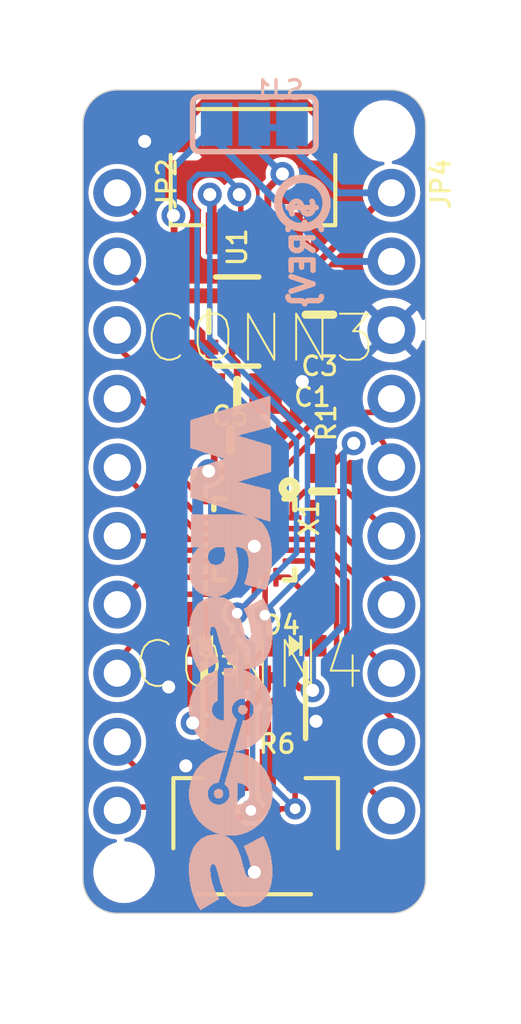
<source format=kicad_pcb>
(kicad_pcb (version 20221018) (generator pcbnew)
  (layers (0 "F.Cu" signal) (31 "B.Cu" signal) (34 "B.Paste" user) (35 "F.Paste" user) (36 "B.SilkS" user "B.Silkscreen") (37 "F.SilkS" user "F.Silkscreen") (38 "B.Mask" user) (39 "F.Mask" user) (44 "Edge.Cuts" user))
  (net 0 "")
  (net 1 "GND")
  (net 2 "3.3V")
  (net 3 "SDA")
  (net 4 "SCL")
  (net 5 "15")
  (net 6 "12")
  (net 7 "13")
  (net 8 "VCC")
  (net 9 "N$1")
  (net 10 "16")
  (net 11 "5")
  (net 12 "UPDI")
  (net 13 "N$4")
  (net 14 "14")
  (net 15 "RXD")
  (net 16 "TXD")
  (net 17 "0")
  (net 18 "1")
  (net 19 "2")
  (net 20 "3")
  (net 21 "VIN")
  (net 22 "N$2")
  (net 23 "10")
  (net 24 "11")
  (net 25 "4")
  (footprint "working:1X10_ROUND70" (layer "F.Cu") (at 143.4211 105.0036 -90)
    (fp_text reference "JP2" (at -12.7762 -1.8288 90) (layer "F.SilkS") (effects (font (size 0.692831 0.692831) (thickness 0.119969)) (justify right)))
    (fp_text value "")
    (pad "1" thru_hole circle (at -11.43 0) (size 1.778 1.778) (drill 1) (layers "*.Cu" "*.Mask") (net 17 "0"))
    (pad "2" thru_hole circle (at -8.89 0) (size 1.778 1.778) (drill 1) (layers "*.Cu" "*.Mask") (net 18 "1"))
    (pad "3" thru_hole circle (at -6.35 0) (size 1.778 1.778) (drill 1) (layers "*.Cu" "*.Mask") (net 19 "2"))
    (pad "4" thru_hole circle (at -3.81 0) (size 1.778 1.778) (drill 1) (layers "*.Cu" "*.Mask") (net 20 "3"))
    (pad "5" thru_hole circle (at -1.27 0) (size 1.778 1.778) (drill 1) (layers "*.Cu" "*.Mask") (net 25 "4"))
    (pad "6" thru_hole circle (at 1.27 0) (size 1.778 1.778) (drill 1) (layers "*.Cu" "*.Mask") (net 11 "5"))
    (pad "7" thru_hole circle (at 3.81 0) (size 1.778 1.778) (drill 1) (layers "*.Cu" "*.Mask") (net 15 "RXD"))
    (pad "8" thru_hole circle (at 6.35 0) (size 1.778 1.778) (drill 1) (layers "*.Cu" "*.Mask") (net 16 "TXD"))
    (pad "9" thru_hole circle (at 8.89 0) (size 1.778 1.778) (drill 1) (layers "*.Cu" "*.Mask") (net 3 "SDA"))
    (pad "10" thru_hole circle (at 11.43 0) (size 1.778 1.778) (drill 1) (layers "*.Cu" "*.Mask") (net 4 "SCL"))
  )
  (footprint "working:PLABEL14" (layer "F.Cu") (at 151.8031 95.7326)
    (fp_text reference "PLABEL14" hide)
    (fp_text value "" hide)
  )
  (footprint "working:PLABEL20" (layer "F.Cu") (at 145.0721 99.0346)
    (fp_text reference "PLABEL20" hide)
    (fp_text value "" hide)
  )
  (footprint "working:PLABEL18" (layer "F.Cu") (at 144.8816 93.3196)
    (fp_text reference "PLABEL18" hide)
    (fp_text value "" hide)
  )
  (footprint "working:SOT23-5" (layer "F.Cu") (at 147.8661 98.3361 90)
    (fp_text reference "U1" (at 1.978 0 90) (layer "F.SilkS") (effects (font (size 0.692831 0.692831) (thickness 0.119969)) (justify left)))
    (fp_text value "AP2127K-3.3")
    (pad "1" smd rect (at -0.95 1.3001 90) (size 0.55 1.2) (layers "F.Cu" "F.Paste" "F.Mask") (net 21 "VIN"))
    (pad "2" smd rect (at 0 1.3001 90) (size 0.55 1.2) (layers "F.Cu" "F.Paste" "F.Mask") (net 1 "GND"))
    (pad "3" smd rect (at 0.95 1.3001 90) (size 0.55 1.2) (layers "F.Cu" "F.Paste" "F.Mask") (net 21 "VIN"))
    (pad "4" smd rect (at 0.95 -1.3001 90) (size 0.55 1.2) (layers "F.Cu" "F.Paste" "F.Mask"))
    (pad "5" smd rect (at -0.95 -1.3001 90) (size 0.55 1.2) (layers "F.Cu" "F.Paste" "F.Mask") (net 2 "3.3V"))
  )
  (footprint "working:FIDUCIAL_1MM" (layer "F.Cu") (at 153.0731 119.4816)
    (fp_text reference "FID1" hide)
    (fp_text value "FIDUCIAL_1MM" hide)
    (pad "1" smd roundrect (at 0 0) (size 1 1) (layers "F.Cu" "F.Mask") (roundrect_rratio 0.5))
  )
  (footprint "working:PLABEL5" (layer "F.Cu") (at 144.8181 113.8301 90)
    (fp_text reference "PLABEL5" hide)
    (fp_text value "" hide)
  )
  (footprint "working:PLABEL2" (layer "F.Cu") (at 144.8181 106.2736)
    (fp_text reference "PLABEL2" hide)
    (fp_text value "" hide)
  )
  (footprint "working:PLABEL100" (layer "F.Cu") (at 145.3261 109.5756)
    (fp_text reference "PLABEL100" hide)
    (fp_text value "" hide)
  )
  (footprint "working:CHIPLED_0603_NOOUTLINE" (layer "F.Cu") (at 146.7231 110.3376 90)
    (fp_text reference "D3" (at -0.762 1.27) (layer "F.SilkS") (effects (font (size 0.692831 0.692831) (thickness 0.119969)) (justify right)))
    (fp_text value "Green")
    (pad "A" smd rect (at 0 0.75 90) (size 0.8 0.8) (layers "F.Cu" "F.Paste" "F.Mask") (net 9 "N$1"))
    (pad "C" smd rect (at 0 -0.75 90) (size 0.8 0.8) (layers "F.Cu" "F.Paste" "F.Mask") (net 1 "GND"))
  )
  (footprint "working:0805_10MGAP" (layer "F.Cu") (at 147.8661 101.0031)
    (fp_text reference "C1" (at 2.032 0.127) (layer "F.SilkS") (effects (font (size 0.692831 0.692831) (thickness 0.119969)) (justify left)))
    (fp_text value "10uF")
    (pad "1" smd rect (at -1.05 0) (size 1.2 1.5) (layers "F.Cu" "F.Paste" "F.Mask") (net 2 "3.3V"))
    (pad "2" smd rect (at 1.05 0) (size 1.2 1.5) (layers "F.Cu" "F.Paste" "F.Mask") (net 1 "GND"))
  )
  (footprint "working:PLABEL23" (layer "F.Cu") (at 152.1841 101.0666)
    (fp_text reference "PLABEL23" hide)
    (fp_text value "" hide)
  )
  (footprint "working:PLABEL7" (layer "F.Cu") (at 152.6921 117.8306)
    (fp_text reference "PLABEL7" hide)
    (fp_text value "" hide)
  )
  (footprint "working:RESPACK_4X0603" (layer "F.Cu") (at 148.5011 112.3696 180)
    (fp_text reference "R6" (at -1.6 -1.6) (layer "F.SilkS") (effects (font (size 0.692831 0.692831) (thickness 0.119969)) (justify right)))
    (fp_text value "10K Pack")
    (pad "1" smd rect (at -1.3 0.85 180) (size 0.45 0.9) (layers "F.Cu" "F.Paste" "F.Mask") (net 8 "VCC"))
    (pad "2" smd rect (at -0.4 0.85 180) (size 0.45 0.9) (layers "F.Cu" "F.Paste" "F.Mask") (net 8 "VCC"))
    (pad "3" smd rect (at 0.4 0.85 180) (size 0.45 0.9) (layers "F.Cu" "F.Paste" "F.Mask") (net 13 "N$4"))
    (pad "4" smd rect (at 1.3 0.85 180) (size 0.45 0.9) (layers "F.Cu" "F.Paste" "F.Mask") (net 9 "N$1"))
    (pad "5" smd rect (at 1.3 -0.85 180) (size 0.45 0.9) (layers "F.Cu" "F.Paste" "F.Mask") (net 8 "VCC"))
    (pad "6" smd rect (at 0.4 -0.85 180) (size 0.45 0.9) (layers "F.Cu" "F.Paste" "F.Mask") (net 8 "VCC"))
    (pad "7" smd rect (at -0.4 -0.85 180) (size 0.45 0.9) (layers "F.Cu" "F.Paste" "F.Mask") (net 3 "SDA"))
    (pad "8" smd rect (at -1.3 -0.85 180) (size 0.45 0.9) (layers "F.Cu" "F.Paste" "F.Mask") (net 4 "SCL"))
  )
  (footprint "working:PLABEL32" (layer "F.Cu") (at 151.1681 103.4796)
    (fp_text reference "PLABEL32" hide)
    (fp_text value "" hide)
  )
  (footprint "working:PLABEL28" (layer "F.Cu") (at 144.8181 103.7336)
    (fp_text reference "PLABEL28" hide)
    (fp_text value "" hide)
  )
  (footprint "working:PLABEL21" (layer "F.Cu") (at 145.0721 101.7016)
    (fp_text reference "PLABEL21" hide)
    (fp_text value "" hide)
  )
  (footprint "working:PLABEL11" (layer "F.Cu") (at 151.8031 101.1936)
    (fp_text reference "PLABEL11" hide)
    (fp_text value "" hide)
  )
  (footprint "working:PLABEL27" (layer "F.Cu") (at 143.8021 92.6846)
    (fp_text reference "PLABEL27" hide)
    (fp_text value "" hide)
  )
  (footprint "working:PLABEL8" (layer "F.Cu") (at 151.7396 111.3536)
    (fp_text reference "PLABEL8" hide)
    (fp_text value "" hide)
  )
  (footprint "working:0805-NO" (layer "F.Cu") (at 150.9141 98.0821 -90)
    (fp_text reference "C3" (at 1.905 -0.762) (layer "F.SilkS") (effects (font (size 0.692831 0.692831) (thickness 0.119969)) (justify right)))
    (fp_text value "10uF")
    (pad "1" smd rect (at -0.95 0 270) (size 1.24 1.5) (layers "F.Cu" "F.Paste" "F.Mask") (net 21 "VIN"))
    (pad "2" smd rect (at 0.95 0 270) (size 1.24 1.5) (layers "F.Cu" "F.Paste" "F.Mask") (net 1 "GND"))
  )
  (footprint "working:PLABEL24" (layer "F.Cu") (at 144.5641 92.9386)
    (fp_text reference "PLABEL24" hide)
    (fp_text value "" hide)
  )
  (footprint "working:PLABEL19" (layer "F.Cu") (at 145.0721 96.6216)
    (fp_text reference "PLABEL19" hide)
    (fp_text value "" hide)
  )
  (footprint "working:JST_SH4" (layer "F.Cu") (at 148.5011 116.9416)
    (fp_text reference "CONN4" (at -4.6 -5.9) (layer "F.SilkS") (effects (font (size 1.703222 1.703222) (thickness 0.074778)) (justify left)))
    (fp_text value "STEMMA_I2C_QT" hide)
    (pad "1" smd rect (at -1.5 -2.006 90) (size 1.55 0.6) (layers "F.Cu" "F.Paste" "F.Mask") (net 1 "GND"))
    (pad "2" smd rect (at -0.5 -2.006 90) (size 1.55 0.6) (layers "F.Cu" "F.Paste" "F.Mask") (net 8 "VCC"))
    (pad "3" smd rect (at 0.5 -2.006 90) (size 1.55 0.6) (layers "F.Cu" "F.Paste" "F.Mask") (net 3 "SDA"))
    (pad "4" smd rect (at 1.5 -2.006 90) (size 1.55 0.6) (layers "F.Cu" "F.Paste" "F.Mask") (net 4 "SCL"))
    (pad "MT1" smd rect (at -2.8 1.894 90) (size 1.8 1.2) (layers "F.Cu" "F.Paste" "F.Mask") (net 1 "GND"))
    (pad "MT2" smd rect (at 2.8 1.894 90) (size 1.8 1.2) (layers "F.Cu" "F.Paste" "F.Mask") (net 1 "GND"))
  )
  (footprint "working:1X10_ROUND70" (layer "F.Cu") (at 153.5811 105.0036 -90)
    (fp_text reference "JP4" (at -12.7762 -1.8288 90) (layer "F.SilkS") (effects (font (size 0.692831 0.692831) (thickness 0.119969)) (justify right)))
    (fp_text value "")
    (pad "1" thru_hole circle (at -11.43 0) (size 1.778 1.778) (drill 1) (layers "*.Cu" "*.Mask") (net 21 "VIN"))
    (pad "2" thru_hole circle (at -8.89 0) (size 1.778 1.778) (drill 1) (layers "*.Cu" "*.Mask") (net 2 "3.3V"))
    (pad "3" thru_hole circle (at -6.35 0) (size 1.778 1.778) (drill 1) (layers "*.Cu" "*.Mask") (net 1 "GND"))
    (pad "4" thru_hole circle (at -3.81 0) (size 1.778 1.778) (drill 1) (layers "*.Cu" "*.Mask") (net 10 "16"))
    (pad "5" thru_hole circle (at -1.27 0) (size 1.778 1.778) (drill 1) (layers "*.Cu" "*.Mask") (net 5 "15"))
    (pad "6" thru_hole circle (at 1.27 0) (size 1.778 1.778) (drill 1) (layers "*.Cu" "*.Mask") (net 14 "14"))
    (pad "7" thru_hole circle (at 3.81 0) (size 1.778 1.778) (drill 1) (layers "*.Cu" "*.Mask") (net 12 "UPDI"))
    (pad "8" thru_hole circle (at 6.35 0) (size 1.778 1.778) (drill 1) (layers "*.Cu" "*.Mask") (net 7 "13"))
    (pad "9" thru_hole circle (at 8.89 0) (size 1.778 1.778) (drill 1) (layers "*.Cu" "*.Mask") (net 6 "12"))
    (pad "10" thru_hole circle (at 11.43 0) (size 1.778 1.778) (drill 1) (layers "*.Cu" "*.Mask") (net 24 "11"))
  )
  (footprint "working:PLABEL6" (layer "F.Cu") (at 144.9451 116.3066 90)
    (fp_text reference "PLABEL6" hide)
    (fp_text value "" hide)
  )
  (footprint "working:PLABEL1" (layer "F.Cu") (at 144.6911 98.6536)
    (fp_text reference "PLABEL1" hide)
    (fp_text value "" hide)
  )
  (footprint "working:PLABEL22" (layer "F.Cu") (at 144.5641 110.8456)
    (fp_text reference "PLABEL22" hide)
    (fp_text value "" hide)
  )
  (footprint "working:QFN20_3MM" (layer "F.Cu") (at 148.5011 106.4006 -90)
    (fp_text reference "X1" (at -1.524 -2.032 90) (layer "F.SilkS") (effects (font (size 0.692831 0.692831) (thickness 0.119969)) (justify right)))
    (fp_text value "ATTINY8X6_QFN")
    (pad "1" smd roundrect (at -1.4 -0.8 90) (size 0.7 0.2) (layers "F.Cu" "F.Paste" "F.Mask") (net 5 "15"))
    (pad "2" smd roundrect (at -1.4 -0.4 90) (size 0.7 0.2) (layers "F.Cu" "F.Paste" "F.Mask") (net 10 "16"))
    (pad "3" smd roundrect (at -1.4 0 90) (size 0.7 0.2) (layers "F.Cu" "F.Paste" "F.Mask") (net 1 "GND"))
    (pad "4" smd roundrect (at -1.4 0.4 90) (size 0.7 0.2) (layers "F.Cu" "F.Paste" "F.Mask") (net 8 "VCC"))
    (pad "5" smd roundrect (at -1.4 0.8 90) (size 0.7 0.2) (layers "F.Cu" "F.Paste" "F.Mask") (net 17 "0"))
    (pad "6" smd roundrect (at -0.8 1.4) (size 0.7 0.2) (layers "F.Cu" "F.Paste" "F.Mask") (net 18 "1"))
    (pad "7" smd roundrect (at -0.4 1.4) (size 0.7 0.2) (layers "F.Cu" "F.Paste" "F.Mask") (net 19 "2"))
    (pad "8" smd roundrect (at 0 1.4) (size 0.7 0.2) (layers "F.Cu" "F.Paste" "F.Mask") (net 20 "3"))
    (pad "9" smd roundrect (at 0.4 1.4) (size 0.7 0.2) (layers "F.Cu" "F.Paste" "F.Mask") (net 25 "4"))
    (pad "10" smd roundrect (at 0.8 1.4) (size 0.7 0.2) (layers "F.Cu" "F.Paste" "F.Mask") (net 11 "5"))
    (pad "11" smd roundrect (at 1.4 0.8 90) (size 0.7 0.2) (layers "F.Cu" "F.Paste" "F.Mask") (net 15 "RXD"))
    (pad "12" smd roundrect (at 1.4 0.4 90) (size 0.7 0.2) (layers "F.Cu" "F.Paste" "F.Mask") (net 16 "TXD"))
    (pad "13" smd roundrect (at 1.4 0 90) (size 0.7 0.2) (layers "F.Cu" "F.Paste" "F.Mask") (net 3 "SDA"))
    (pad "14" smd roundrect (at 1.4 -0.4 90) (size 0.7 0.2) (layers "F.Cu" "F.Paste" "F.Mask") (net 4 "SCL"))
    (pad "15" smd roundrect (at 1.4 -0.8 90) (size 0.7 0.2) (layers "F.Cu" "F.Paste" "F.Mask") (net 23 "10"))
    (pad "16" smd roundrect (at 0.8 -1.4) (size 0.7 0.2) (layers "F.Cu" "F.Paste" "F.Mask") (net 24 "11"))
    (pad "17" smd roundrect (at 0.4 -1.4) (size 0.7 0.2) (layers "F.Cu" "F.Paste" "F.Mask") (net 6 "12"))
    (pad "18" smd roundrect (at 0 -1.4) (size 0.7 0.2) (layers "F.Cu" "F.Paste" "F.Mask") (net 7 "13"))
    (pad "19" smd roundrect (at -0.4 -1.4) (size 0.7 0.2) (layers "F.Cu" "F.Paste" "F.Mask") (net 12 "UPDI"))
    (pad "20" smd roundrect (at -0.8 -1.4) (size 0.7 0.2) (layers "F.Cu" "F.Paste" "F.Mask") (net 14 "14"))
    (pad "PAD" smd roundrect (at 0 0 270) (size 1.6 1.6) (layers "F.Cu" "F.Paste" "F.Mask") (roundrect_rratio 0.125) (net 1 "GND"))
  )
  (footprint "working:PLABEL25" (layer "F.Cu") (at 144.5641 95.8596)
    (fp_text reference "PLABEL25" hide)
    (fp_text value "" hide)
  )
  (footprint "working:PLABEL30" (layer "F.Cu") (at 145.1991 106.6546)
    (fp_text reference "PLABEL30" hide)
    (fp_text value "" hide)
  )
  (footprint "" (layer "F.Cu") (at 153.3271 91.2876)
    (fp_text reference "@HOLE0" hide)
    (fp_text value "" (at 0 0) (layer "F.SilkS") (effects (font (size 1.27 1.27))))
    (pad "" np_thru_hole circle (at 0 0) (size 1.778 1.778) (drill 1.778) (layers "*.Cu" "*.Mask"))
  )
  (footprint "working:PLABEL17" (layer "F.Cu") (at 144.8181 96.2406)
    (fp_text reference "PLABEL17" hide)
    (fp_text value "" hide)
  )
  (footprint "working:JST_SH4" (layer "F.Cu") (at 148.5011 93.0656 180)
    (fp_text reference "CONN3" (at -4.6 -5.9) (layer "F.SilkS") (effects (font (size 1.703222 1.703222) (thickness 0.074778)) (justify right)))
    (fp_text value "STEMMA_I2C_QT" hide)
    (pad "1" smd rect (at -1.5 -2.006 270) (size 1.55 0.6) (layers "F.Cu" "F.Paste" "F.Mask") (net 1 "GND"))
    (pad "2" smd rect (at -0.5 -2.006 270) (size 1.55 0.6) (layers "F.Cu" "F.Paste" "F.Mask") (net 8 "VCC"))
    (pad "3" smd rect (at 0.5 -2.006 270) (size 1.55 0.6) (layers "F.Cu" "F.Paste" "F.Mask") (net 3 "SDA"))
    (pad "4" smd rect (at 1.5 -2.006 270) (size 1.55 0.6) (layers "F.Cu" "F.Paste" "F.Mask") (net 4 "SCL"))
    (pad "MT1" smd rect (at -2.8 1.894 270) (size 1.8 1.2) (layers "F.Cu" "F.Paste" "F.Mask") (net 1 "GND"))
    (pad "MT2" smd rect (at 2.8 1.894 270) (size 1.8 1.2) (layers "F.Cu" "F.Paste" "F.Mask") (net 1 "GND"))
  )
  (footprint "working:PLABEL13" (layer "F.Cu") (at 152.1841 98.6536)
    (fp_text reference "PLABEL13" hide)
    (fp_text value "" hide)
  )
  (footprint "working:PLABEL15" (layer "F.Cu") (at 152.1841 93.4466 -90)
    (fp_text reference "PLABEL15" hide)
    (fp_text value "" hide)
  )
  (footprint "working:PLABEL31" (layer "F.Cu") (at 151.2951 100.6856)
    (fp_text reference "PLABEL31" hide)
    (fp_text value "" hide)
  )
  (footprint "working:PLABEL29" (layer "F.Cu") (at 145.1991 104.1146)
    (fp_text reference "PLABEL29" hide)
    (fp_text value "" hide)
  )
  (footprint "working:PLABEL9" (layer "F.Cu") (at 152.0571 106.7816)
    (fp_text reference "PLABEL9" hide)
    (fp_text value "" hide)
  )
  (footprint "working:FIDUCIAL_1MM" (layer "F.Cu") (at 143.1671 90.9066)
    (fp_text reference "FID2" hide)
    (fp_text value "FIDUCIAL_1MM" hide)
    (pad "1" smd roundrect (at 0 0) (size 1 1) (layers "F.Cu" "F.Mask") (roundrect_rratio 0.5))
  )
  (footprint "working:PLABEL4" (layer "F.Cu") (at 144.8181 111.3536)
    (fp_text reference "PLABEL4" hide)
    (fp_text value "" hide)
  )
  (footprint "working:PLABEL3" (layer "F.Cu") (at 144.8181 108.8136)
    (fp_text reference "PLABEL3" hide)
    (fp_text value "" hide)
  )
  (footprint "working:PLABEL26" (layer "F.Cu") (at 151.9301 117.4496)
    (fp_text reference "PLABEL26" hide)
    (fp_text value "" hide)
  )
  (footprint "working:PLABEL12" (layer "F.Cu") (at 151.8031 113.7666)
    (fp_text reference "PLABEL12" hide)
    (fp_text value "" hide)
  )
  (footprint "" (layer "F.Cu") (at 143.6751 118.7196)
    (fp_text reference "@HOLE1" hide)
    (fp_text value "" (at 0 0) (layer "F.SilkS") (effects (font (size 1.27 1.27))))
    (pad "" np_thru_hole circle (at 0 0) (size 1.778 1.778) (drill 1.778) (layers "*.Cu" "*.Mask"))
  )
  (footprint "working:CHIPLED_0603_NOOUTLINE" (layer "F.Cu") (at 150.0251 110.3376 -90)
    (fp_text reference "D4" (at -0.762 1.27) (layer "F.SilkS") (effects (font (size 0.692831 0.692831) (thickness 0.119969)) (justify left)))
    (fp_text value "Red")
    (pad "A" smd rect (at 0 0.75 270) (size 0.8 0.8) (layers "F.Cu" "F.Paste" "F.Mask") (net 13 "N$4"))
    (pad "C" smd rect (at 0 -0.75 270) (size 0.8 0.8) (layers "F.Cu" "F.Paste" "F.Mask") (net 23 "10"))
  )
  (footprint "working:PLABEL0" (layer "F.Cu") (at 144.6911 101.1936)
    (fp_text reference "PLABEL0" hide)
    (fp_text value "" hide)
  )
  (footprint "working:0603-NO" (layer "F.Cu") (at 147.6121 102.7176)
    (fp_text reference "C5" (at -0.762004 -0.888996) (layer "F.SilkS") (effects (font (size 0.692831 0.692831) (thickness 0.119969)) (justify left)))
    (fp_text value "0.1uF")
    (pad "1" smd rect (at -0.85 0) (size 1.075 1) (layers "F.Cu" "F.Paste" "F.Mask") (net 8 "VCC"))
    (pad "2" smd rect (at 0.85 0) (size 1.075 1) (layers "F.Cu" "F.Paste" "F.Mask") (net 1 "GND"))
  )
  (footprint "working:PLABEL33" (layer "F.Cu") (at 151.9301 106.7816)
    (fp_text reference "PLABEL33" hide)
    (fp_text value "" hide)
  )
  (footprint "working:0603-NO" (layer "F.Cu") (at 151.0411 104.6226 90)
    (fp_text reference "R1" (at 1.778 0.127 90) (layer "F.SilkS") (effects (font (size 0.692831 0.692831) (thickness 0.119969)) (justify left)))
    (fp_text value "10K")
    (pad "1" smd rect (at -0.85 0 90) (size 1.075 1) (layers "F.Cu" "F.Paste" "F.Mask") (net 12 "UPDI"))
    (pad "2" smd rect (at 0.85 0 90) (size 1.075 1) (layers "F.Cu" "F.Paste" "F.Mask") (net 8 "VCC"))
  )
  (footprint "working:PLABEL10" (layer "F.Cu") (at 152.1841 103.7336 90)
    (fp_text reference "PLABEL10" hide)
    (fp_text value "" hide)
  )
  (footprint "working:PLABEL54" (layer "B.Cu") (at 145.0721 93.7006 90)
    (fp_text reference "PLABEL54" hide)
    (fp_text value "" hide)
  )
  (footprint "working:PLABEL46" (layer "B.Cu") (at 151.9301 105.8926 90)
    (fp_text reference "PLABEL46" hide)
    (fp_text value "" hide)
  )
  (footprint "working:PLABEL49" (layer "B.Cu") (at 152.0571 116.4336 90)
    (fp_text reference "PLABEL49" hide)
    (fp_text value "" hide)
  )
  (footprint "working:PLABEL35" (layer "B.Cu") (at 145.0721 103.7336 90)
    (fp_text reference "PLABEL35" hide)
    (fp_text value "" hide)
  )
  (footprint "working:PLABEL41" (layer "B.Cu") (at 144.9451 113.9571 90)
    (fp_text reference "PLABEL41" hide)
    (fp_text value "" hide)
  )
  (footprint "working:PLABEL101" (layer "B.Cu") (at 149.1361 95.0976 90)
    (fp_text reference "PLABEL101" hide)
    (fp_text value "" hide)
  )
  (footprint "working:PLABEL39" (layer "B.Cu") (at 145.0721 108.8136 90)
    (fp_text reference "PLABEL39" hide)
    (fp_text value "" hide)
  )
  (footprint "working:PLABEL53" (layer "B.Cu") (at 152.0571 93.7006 90)
    (fp_text reference "PLABEL53" hide)
    (fp_text value "" hide)
  )
  (footprint "working:SEESAW_LOGO" (layer "B.Cu") (at 146.0881 120.1166 90)
    (fp_text reference "U$7" hide)
    (fp_text value "" hide)
  )
  (footprint "working:PLABEL56" (layer "B.Cu") (at 148.3741 92.8116 180)
    (fp_text reference "PLABEL56" hide)
    (fp_text value "" hide)
  )
  (footprint "working:PLABEL40" (layer "B.Cu") (at 145.0721 111.2266 90)
    (fp_text reference "PLABEL40" hide)
    (fp_text value "" hide)
  )
  (footprint "working:SOLDERJUMPER_2WAY_OPEN_NOPASTE" (layer "B.Cu") (at 148.5011 91.0336 180)
    (fp_text reference "SJ1" (at -1.905 1.27) (layer "B.SilkS") (effects (font (size 0.692831 0.692831) (thickness 0.119969)) (justify left mirror)))
    (fp_text value "")
    (pad "1" smd rect (at -1.397 0 180) (size 1.1684 1.6002) (layers "B.Cu") (net 21 "VIN"))
    (pad "2" smd rect (at 0 0 180) (size 1.1684 1.6002) (layers "B.Cu") (net 8 "VCC"))
    (pad "3" smd rect (at 1.397 0 180) (size 1.1684 1.6002) (layers "B.Cu") (net 2 "3.3V"))
  )
  (footprint "working:PLABEL50" (layer "B.Cu") (at 151.9936 108.8136 90)
    (fp_text reference "PLABEL50" hide)
    (fp_text value "" hide)
  )
  (footprint "working:PLABEL52" (layer "B.Cu") (at 152.0571 96.2406 90)
    (fp_text reference "PLABEL52" hide)
    (fp_text value "" hide)
  )
  (footprint "working:PCBFEAT-REV-040" (layer "B.Cu") (at 150.2791 93.9546 -90)
    (fp_text reference "U$12" hide)
    (fp_text value "" hide)
    (fp_text user "${REV}" (at -0.3556 -0.508 90) (layer "B.SilkS") (effects (font (size 0.8128 0.8128) (thickness 0.2032)) (justify left bottom mirror)))
  )
  (footprint "working:PLABEL44" (layer "B.Cu") (at 152.0571 113.8936 90)
    (fp_text reference "PLABEL44" hide)
    (fp_text value "" hide)
  )
  (footprint "working:PLABEL36" (layer "B.Cu") (at 145.0721 101.3206 90)
    (fp_text reference "PLABEL36" hide)
    (fp_text value "" hide)
  )
  (footprint "working:PLABEL48" (layer "B.Cu") (at 151.9301 101.1936 90)
    (fp_text reference "PLABEL48" hide)
    (fp_text value "" hide)
  )
  (footprint "working:PLABEL58" (layer "B.Cu") (at 151.5491 91.1606 90)
    (fp_text reference "PLABEL58" hide)
    (fp_text value "" hide)
  )
  (footprint "working:PLABEL42" (layer "B.Cu") (at 145.0721 116.5606 90)
    (fp_text reference "PLABEL42" hide)
    (fp_text value "" hide)
  )
  (footprint "working:PLABEL57" (layer "B.Cu") (at 149.5171 119.6086 90)
    (fp_text reference "PLABEL57" hide)
    (fp_text value "" hide)
  )
  (footprint "working:PLABEL45" (layer "B.Cu") (at 152.0571 111.5441 90)
    (fp_text reference "PLABEL45" hide)
    (fp_text value "" hide)
  )
  (footprint "working:PLABEL55" (layer "B.Cu") (at 144.3101 90.5256 180)
    (fp_text reference "PLABEL55" hide)
    (fp_text value "" hide)
  )
  (footprint "working:PLABEL43" (layer "B.Cu") (at 145.0721 96.1136 90)
    (fp_text reference "PLABEL43" hide)
    (fp_text value "" hide)
  )
  (footprint "working:PLABEL38" (layer "B.Cu") (at 145.0721 106.2736 90)
    (fp_text reference "PLABEL38" hide)
    (fp_text value "" hide)
  )
  (footprint "working:PLABEL47" (layer "B.Cu") (at 151.9301 103.7336 90)
    (fp_text reference "PLABEL47" hide)
    (fp_text value "" hide)
  )
  (footprint "working:PLABEL37" (layer "B.Cu") (at 145.0721 98.6536 90)
    (fp_text reference "PLABEL37" hide)
    (fp_text value "" hide)
  )
  (footprint "working:PLABEL51" (layer "B.Cu") (at 151.9301 98.6536 90)
    (fp_text reference "PLABEL51" hide)
    (fp_text value "" hide)
  )
  (gr_line (start 153.5811 89.7636) (end 143.4211 89.7636) (stroke (width 0.05)) (layer "Edge.Cuts"))
  (gr_line (start 142.1511 91.0336) (end 142.1511 118.9736) (stroke (width 0.05)) (layer "Edge.Cuts"))
  (gr_arc (start 154.8511 118.9736) (mid 154.479126 119.871626) (end 153.5811 120.2436) (stroke (width 0.05)) (layer "Edge.Cuts"))
  (gr_line (start 143.4211 120.2436) (end 153.5811 120.2436) (stroke (width 0.05)) (layer "Edge.Cuts"))
  (gr_arc (start 142.1511 91.0336) (mid 142.523074 90.135574) (end 143.4211 89.7636) (stroke (width 0.05)) (layer "Edge.Cuts"))
  (gr_arc (start 153.5811 89.7636) (mid 154.479126 90.135574) (end 154.8511 91.0336) (stroke (width 0.05)) (layer "Edge.Cuts"))
  (gr_arc (start 143.4211 120.2436) (mid 142.523074 119.871626) (end 142.1511 118.9736) (stroke (width 0.05)) (layer "Edge.Cuts"))
  (gr_line (start 154.8511 118.9736) (end 154.8511 91.0336) (stroke (width 0.05)) (layer "Edge.Cuts"))
  (segment (start 148.5011 105.0006) (end 148.5011 102.7566) (width 0.2032) (layer "F.Cu") (net 1))
  (segment (start 148.5011 102.7566) (end 148.4621 102.7176) (width 0.2032) (layer "F.Cu") (net 1))
  (segment (start 149.1662 98.3361) (end 150.2181 98.3361) (width 0.254) (layer "F.Cu") (net 1))
  (segment (start 150.2181 98.3361) (end 150.9141 99.0321) (width 0.254) (layer "F.Cu") (net 1))
  (segment (start 148.5011 105.0006) (end 148.5011 106.4006) (width 0.2032) (layer "F.Cu") (net 1))
  (via (at 145.9611 114.7826) (size 0.889) (drill 0.4826) (layers "F.Cu" "B.Cu") (net 1))
  (via (at 150.7871 113.1316) (size 0.889) (drill 0.4826) (layers "F.Cu" "B.Cu") (net 1))
  (via (at 148.5011 118.7196) (size 0.889) (drill 0.4826) (layers "F.Cu" "B.Cu") (net 1))
  (via (at 150.2791 100.5586) (size 0.889) (drill 0.4826) (layers "F.Cu" "B.Cu") (net 1))
  (via (at 148.5011 106.6546) (size 0.889) (drill 0.4826) (layers "F.Cu" "B.Cu") (net 1))
  (via (at 145.3261 111.8616) (size 0.889) (drill 0.4826) (layers "F.Cu" "B.Cu") (net 1))
  (via (at 144.4371 91.6686) (size 0.889) (drill 0.4826) (layers "F.Cu" "B.Cu") (net 1))
  (segment (start 146.8161 99.5362) (end 146.566 99.2861) (width 0.254) (layer "F.Cu") (net 2))
  (segment (start 146.566 99.2861) (end 146.566 98.7781) (width 0.254) (layer "F.Cu") (net 2))
  (segment (start 146.566 98.7781) (end 145.5293 97.7414) (width 0.254) (layer "F.Cu") (net 2))
  (segment (start 145.5293 94.43565) (end 145.504675 94.411025) (width 0.254) (layer "F.Cu") (net 2))
  (segment (start 146.8161 101.0031) (end 146.8161 99.5362) (width 0.254) (layer "F.Cu") (net 2))
  (segment (start 145.5293 97.7414) (end 145.5293 94.43565) (width 0.254) (layer "F.Cu") (net 2))
  (via (at 145.504675 94.411025) (size 0.889) (drill 0.4826) (layers "F.Cu" "B.Cu") (net 2))
  (segment (start 151.5491 96.1136) (end 147.1041 91.6686) (width 0.254) (layer "B.Cu") (net 2))
  (segment (start 145.504675 92.633025) (end 147.1041 91.0336) (width 0.254) (layer "B.Cu") (net 2))
  (segment (start 145.504675 94.411025) (end 145.504675 92.633025) (width 0.254) (layer "B.Cu") (net 2))
  (segment (start 147.1041 91.6686) (end 147.1041 91.0336) (width 0.254) (layer "B.Cu") (net 2))
  (segment (start 151.5491 96.1136) (end 153.5811 96.1136) (width 0.254) (layer "B.Cu") (net 2))
  (segment (start 149.0011 116.2986) (end 148.6121 116.6876) (width 0.2032) (layer "F.Cu") (net 3))
  (segment (start 148.5011 107.8006) (end 148.5011 108.4961) (width 0.2032) (layer "F.Cu") (net 3))
  (segment (start 148.3741 116.4336) (end 148.3741 116.6876) (width 0.2032) (layer "F.Cu") (net 3))
  (segment (start 148.6121 116.6876) (end 148.3741 116.6876) (width 0.2032) (layer "F.Cu") (net 3))
  (segment (start 148.5011 108.4961) (end 147.8661 109.1311) (width 0.2032) (layer "F.Cu") (net 3))
  (segment (start 148.0011 93.6959) (end 147.9423 93.6371) (width 0.2032) (layer "F.Cu") (net 3))
  (segment (start 148.0011 95.0716) (end 148.0011 93.6959) (width 0.2032) (layer "F.Cu") (net 3))
  (segment (start 143.4211 113.8936) (end 143.4211 114.1476) (width 0.2032) (layer "F.Cu") (net 3))
  (segment (start 149.0011 113.3196) (end 148.9011 113.2196) (width 0.2032) (layer "F.Cu") (net 3))
  (segment (start 143.4211 114.1476) (end 145.9611 116.6876) (width 0.2032) (layer "F.Cu") (net 3))
  (segment (start 149.0011 114.9356) (end 149.0011 113.3196) (width 0.2032) (layer "F.Cu") (net 3))
  (segment (start 145.9611 116.6876) (end 148.3741 116.6876) (width 0.2032) (layer "F.Cu") (net 3))
  (segment (start 149.0011 114.9356) (end 149.0011 116.2986) (width 0.2032) (layer "F.Cu") (net 3))
  (via (at 147.9423 93.6371) (size 0.889) (drill 0.4826) (layers "F.Cu" "B.Cu") (net 3))
  (via (at 148.3741 116.4336) (size 0.8001) (drill 0.3937) (layers "F.Cu" "B.Cu") (net 3))
  (via (at 147.8661 109.1311) (size 0.8001) (drill 0.3937) (layers "F.Cu" "B.Cu") (net 3))
  (segment (start 148.4376 110.3376) (end 148.4376 116.3701) (width 0.2032) (layer "B.Cu") (net 3))
  (segment (start 147.350975 92.8878) (end 146.412725 92.8878) (width 0.2032) (layer "B.Cu") (net 3))
  (segment (start 147.8661 109.7661) (end 147.8661 109.1311) (width 0.2032) (layer "B.Cu") (net 3))
  (segment (start 150.0632 102.758938) (end 150.0632 106.911569) (width 0.2032) (layer "B.Cu") (net 3))
  (segment (start 146.3802 99.075938) (end 150.0632 102.758938) (width 0.2032) (layer "B.Cu") (net 3))
  (segment (start 150.0632 106.911569) (end 147.8661 109.108669) (width 0.2032) (layer "B.Cu") (net 3))
  (segment (start 146.3802 94.226875) (end 146.3802 99.075938) (width 0.2032) (layer "B.Cu") (net 3))
  (segment (start 147.9423 93.479125) (end 147.350975 92.8878) (width 0.2032) (layer "B.Cu") (net 3))
  (segment (start 146.1008 93.199725) (end 146.1008 93.947475) (width 0.2032) (layer "B.Cu") (net 3))
  (segment (start 148.3741 116.4336) (end 148.4376 116.3701) (width 0.2032) (layer "B.Cu") (net 3))
  (segment (start 146.412725 92.8878) (end 146.1008 93.199725) (width 0.2032) (layer "B.Cu") (net 3))
  (segment (start 146.1008 93.947475) (end 146.3802 94.226875) (width 0.2032) (layer "B.Cu") (net 3))
  (segment (start 147.8661 109.1311) (end 147.8661 109.108669) (width 0.2032) (layer "B.Cu") (net 3))
  (segment (start 148.4376 110.3376) (end 147.8661 109.7661) (width 0.2032) (layer "B.Cu") (net 3))
  (segment (start 147.9423 93.6371) (end 147.9423 93.479125) (width 0.2032) (layer "B.Cu") (net 3))
  (segment (start 148.9011 109.197482) (end 148.89485 109.203732) (width 0.2032) (layer "F.Cu") (net 4))
  (segment (start 145.62455 117.11305) (end 144.818096 116.3066) (width 0.2032) (layer "F.Cu") (net 4))
  (segment (start 145.62455 117.11305) (end 148.725468 117.11305) (width 0.2032) (layer "F.Cu") (net 4))
  (segment (start 144.818096 116.3066) (end 143.5481 116.3066) (width 0.2032) (layer "F.Cu") (net 4))
  (segment (start 148.725468 117.11305) (end 149.468418 116.3701) (width 0.2032) (layer "F.Cu") (net 4))
  (segment (start 150.0011 114.9356) (end 150.0011 113.4196) (width 0.2032) (layer "F.Cu") (net 4))
  (segment (start 143.4211 116.4336) (end 143.5481 116.3066) (width 0.2032) (layer "F.Cu") (net 4))
  (segment (start 150.0011 113.4196) (end 149.8011 113.2196) (width 0.2032) (layer "F.Cu") (net 4))
  (segment (start 149.468418 116.3701) (end 150.0124 116.3701) (width 0.2032) (layer "F.Cu") (net 4))
  (segment (start 148.9011 107.8006) (end 148.9011 109.197482) (width 0.2032) (layer "F.Cu") (net 4))
  (segment (start 147.0011 95.0716) (end 147.0011 93.7881) (width 0.2032) (layer "F.Cu") (net 4))
  (segment (start 150.0011 114.9356) (end 150.0124 114.4389) (width 0.2032) (layer "F.Cu") (net 4))
  (segment (start 147.0011 93.7881) (end 146.8501 93.6371) (width 0.2032) (layer "F.Cu") (net 4))
  (segment (start 150.0124 114.4389) (end 150.0124 116.3701) (width 0.2032) (layer "F.Cu") (net 4))
  (via (at 146.8501 93.6371) (size 0.889) (drill 0.4826) (layers "F.Cu" "B.Cu") (net 4))
  (via (at 148.89485 109.203732) (size 0.8001) (drill 0.3937) (layers "F.Cu" "B.Cu") (net 4))
  (via (at 150.0124 116.3701) (size 0.8001) (drill 0.3937) (layers "F.Cu" "B.Cu") (net 4))
  (segment (start 148.8821 115.2398) (end 150.0124 116.3701) (width 0.2032) (layer "B.Cu") (net 4))
  (segment (start 148.89485 109.203732) (end 148.903981 109.1946) (width 0.2032) (layer "B.Cu") (net 4))
  (segment (start 148.903981 109.1946) (end 148.8821 115.2398) (width 0.2032) (layer "B.Cu") (net 4))
  (segment (start 146.8501 98.9711) (end 150.4696 102.5906) (width 0.2032) (layer "B.Cu") (net 4))
  (segment (start 148.89485 109.076732) (end 148.89485 109.203732) (width 0.2032) (layer "B.Cu") (net 4))
  (segment (start 146.8501 93.6371) (end 146.8501 98.9711) (width 0.2032) (layer "B.Cu") (net 4))
  (segment (start 150.4696 107.501982) (end 148.89485 109.076732) (width 0.2032) (layer "B.Cu") (net 4))
  (segment (start 150.4696 102.5906) (end 150.4696 107.501982) (width 0.2032) (layer "B.Cu") (net 4))
  (segment (start 149.3011 104.079969) (end 151.298468 102.0826) (width 0.2032) (layer "F.Cu") (net 5))
  (segment (start 149.3011 105.0006) (end 149.3011 104.079969) (width 0.2032) (layer "F.Cu") (net 5))
  (segment (start 153.5811 103.32085) (end 153.5811 103.7336) (width 0.2032) (layer "F.Cu") (net 5))
  (segment (start 151.298468 102.0826) (end 152.8191 102.0826) (width 0.2032) (layer "F.Cu") (net 5))
  (segment (start 152.8191 102.0826) (end 153.5811 103.32085) (width 0.2032) (layer "F.Cu") (net 5))
  (segment (start 151.9301 111.354969) (end 153.5811 113.005969) (width 0.2032) (layer "F.Cu") (net 6))
  (segment (start 149.9011 106.8006) (end 150.775281 106.8006) (width 0.2032) (layer "F.Cu") (net 6))
  (segment (start 151.9301 107.955419) (end 151.9301 111.354969) (width 0.2032) (layer "F.Cu") (net 6))
  (segment (start 153.5811 113.005969) (end 153.5811 113.8936) (width 0.2032) (layer "F.Cu") (net 6))
  (segment (start 150.775281 106.8006) (end 151.9301 107.955419) (width 0.2032) (layer "F.Cu") (net 6))
  (segment (start 152.3111 107.7976) (end 152.3111 110.0836) (width 0.2032) (layer "F.Cu") (net 7))
  (segment (start 150.9141 106.4006) (end 152.3111 107.7976) (width 0.2032) (layer "F.Cu") (net 7))
  (segment (start 149.9011 106.4006) (end 150.9141 106.4006) (width 0.2032) (layer "F.Cu") (net 7))
  (segment (start 152.3111 110.0836) (end 153.5811 111.3536) (width 0.2032) (layer "F.Cu") (net 7))
  (segment (start 147.6796 103.8733) (end 146.808525 103.8733) (width 0.254) (layer "F.Cu") (net 8))
  (segment (start 147.6756 97.0026) (end 147.6756 99.6696) (width 0.254) (layer "F.Cu") (net 8))
  (segment (start 148.1201 96.5581) (end 148.6916 96.5581) (width 0.254) (layer "F.Cu") (net 8))
  (segment (start 148.9011 111.9696) (end 148.0011 112.8696) (width 0.4064) (layer "F.Cu") (net 8))
  (segment (start 150.1821 111.9006) (end 149.8011 111.5196) (width 0.254) (layer "F.Cu") (net 8))
  (segment (start 146.2396 113.2196) (end 146.2151 113.1951) (width 0.4064) (layer "F.Cu") (net 8))
  (segment (start 149.0011 93.4165) (end 149.5425 92.8751) (width 0.254) (layer "F.Cu") (net 8))
  (segment (start 147.0161 102.9716) (end 147.0161 103.8733) (width 0.254) (layer "F.Cu") (net 8))
  (segment (start 147.2011 113.2196) (end 146.2396 113.2196) (width 0.4064) (layer "F.Cu") (net 8))
  (segment (start 146.7621 102.7176) (end 147.0161 102.9716) (width 0.254) (layer "F.Cu") (net 8))
  (segment (start 147.6756 99.6696) (end 147.8661 99.8601) (width 0.254) (layer "F.Cu") (net 8))
  (segment (start 148.1011 105.0006) (end 148.1011 104.2948) (width 0.2032) (layer "F.Cu") (net 8))
  (segment (start 148.1011 104.2948) (end 147.6796 103.8733) (width 0.2032) (layer "F.Cu") (net 8))
  (segment (start 150.6601 111.9886) (end 150.6601 111.9006) (width 0.254) (layer "F.Cu") (net 8))
  (segment (start 149.0011 95.0716) (end 149.0011 93.4165) (width 0.254) (layer "F.Cu") (net 8))
  (segment (start 147.9011 113.2196) (end 148.0011 113.3196) (width 0.4064) (layer "F.Cu") (net 8))
  (segment (start 148.9011 111.5196) (end 149.8011 111.5196) (width 0.4064) (layer "F.Cu") (net 8))
  (segment (start 146.8891 102.7176) (end 146.7621 102.7176) (width 0.254) (layer "F.Cu") (net 8))
  (segment (start 146.808525 103.8733) (end 147.0161 103.8733) (width 0.4064) (layer "F.Cu") (net 8))
  (segment (start 149.0011 96.2486) (end 149.0011 95.0716) (width 0.254) (layer "F.Cu") (net 8))
  (segment (start 148.1201 96.5581) (end 147.6756 97.0026) (width 0.254) (layer "F.Cu") (net 8))
  (segment (start 151.2561 103.7726) (end 151.0411 103.7726) (width 0.254) (layer "F.Cu") (net 8))
  (segment (start 147.8661 101.7406) (end 146.8891 102.7176) (width 0.254) (layer "F.Cu") (net 8))
  (segment (start 148.0011 114.9356) (end 148.0011 113.3196) (width 0.4064) (layer "F.Cu") (net 8))
  (segment (start 151.2561 103.7726) (end 152.1841 102.8446) (width 0.254) (layer "F.Cu") (net 8))
  (segment (start 150.6601 111.9006) (end 150.1821 111.9006) (width 0.254) (layer "F.Cu") (net 8))
  (segment (start 148.6916 96.5581) (end 149.0011 96.2486) (width 0.254) (layer "F.Cu") (net 8))
  (segment (start 147.8661 99.8601) (end 147.8661 101.7406) (width 0.254) (layer "F.Cu") (net 8))
  (segment (start 148.9011 111.5196) (end 148.9011 111.9696) (width 0.4064) (layer "F.Cu") (net 8))
  (segment (start 148.0011 113.3196) (end 148.1011 113.2196) (width 0.4064) (layer "F.Cu") (net 8))
  (segment (start 147.2011 113.2196) (end 147.9011 113.2196) (width 0.4064) (layer "F.Cu") (net 8))
  (segment (start 148.0011 112.8696) (end 148.0011 113.3196) (width 0.4064) (layer "F.Cu") (net 8))
  (via (at 149.5425 92.8751) (size 0.889) (drill 0.4826) (layers "F.Cu" "B.Cu") (net 8))
  (via (at 150.6601 111.9886) (size 0.889) (drill 0.4826) (layers "F.Cu" "B.Cu") (net 8))
  (via (at 146.2151 113.1951) (size 0.889) (drill 0.4826) (layers "F.Cu" "B.Cu") (net 8))
  (via (at 152.1841 102.8446) (size 0.889) (drill 0.4826) (layers "F.Cu" "B.Cu") (net 8))
  (via (at 146.808525 103.8733) (size 0.889) (drill 0.4826) (layers "F.Cu" "B.Cu") (net 8))
  (segment (start 151.8031 103.2256) (end 151.8031 109.5756) (width 0.254) (layer "B.Cu") (net 8))
  (segment (start 149.5425 92.8751) (end 148.5011 91.8337) (width 0.254) (layer "B.Cu") (net 8))
  (segment (start 150.6601 110.7186) (end 150.6601 111.9886) (width 0.254) (layer "B.Cu") (net 8))
  (segment (start 146.405596 113.004604) (end 146.2151 113.1951) (width 0.4064) (layer "B.Cu") (net 8))
  (segment (start 152.1841 102.8446) (end 151.8031 103.2256) (width 0.254) (layer "B.Cu") (net 8))
  (segment (start 146.4056 104.276225) (end 146.4056 104.3813) (width 0.4064) (layer "B.Cu") (net 8))
  (segment (start 146.4056 104.3813) (end 146.405596 113.004604) (width 0.4064) (layer "B.Cu") (net 8))
  (segment (start 148.5011 91.8337) (end 148.5011 91.0336) (width 0.254) (layer "B.Cu") (net 8))
  (segment (start 151.8031 109.5756) (end 150.6601 110.7186) (width 0.254) (layer "B.Cu") (net 8))
  (segment (start 146.808525 103.8733) (end 146.4056 104.276225) (width 0.4064) (layer "B.Cu") (net 8))
  (segment (start 147.4731 110.8456) (end 147.2011 111.1176) (width 0.2032) (layer "F.Cu") (net 9))
  (segment (start 147.2011 111.5196) (end 147.2011 111.1176) (width 0.2032) (layer "F.Cu") (net 9))
  (segment (start 147.4731 110.8456) (end 147.4731 110.3376) (width 0.2032) (layer "F.Cu") (net 9))
  (segment (start 153.0731 101.7016) (end 151.0411 101.7016) (width 0.2032) (layer "F.Cu") (net 10))
  (segment (start 151.0411 101.7016) (end 148.9011 103.8416) (width 0.2032) (layer "F.Cu") (net 10))
  (segment (start 153.5811 101.1936) (end 153.0731 101.7016) (width 0.2032) (layer "F.Cu") (net 10))
  (segment (start 148.9011 105.0006) (end 148.9011 103.8416) (width 0.2032) (layer "F.Cu") (net 10))
  (segment (start 147.0821 107.1816) (end 145.775525 107.1816) (width 0.2032) (layer "F.Cu") (net 11))
  (segment (start 144.867525 106.2736) (end 143.4211 106.2736) (width 0.2032) (layer "F.Cu") (net 11))
  (segment (start 147.1011 107.2006) (end 147.0821 107.1816) (width 0.2032) (layer "F.Cu") (net 11))
  (segment (start 145.775525 107.1816) (end 144.867525 106.2736) (width 0.2032) (layer "F.Cu") (net 11))
  (segment (start 153.5811 108.0126) (end 153.5811 108.8136) (width 0.2032) (layer "F.Cu") (net 12))
  (segment (start 151.0411 105.4726) (end 153.5811 108.0126) (width 0.2032) (layer "F.Cu") (net 12))
  (segment (start 149.9011 106.0006) (end 150.5131 106.0006) (width 0.2032) (layer "F.Cu") (net 12))
  (segment (start 150.5131 106.0006) (end 151.0411 105.4726) (width 0.2032) (layer "F.Cu") (net 12))
  (segment (start 148.1011 111.5196) (end 148.1011 111.2456) (width 0.2032) (layer "F.Cu") (net 13))
  (segment (start 148.1011 111.2456) (end 149.0091 110.3376) (width 0.2032) (layer "F.Cu") (net 13))
  (segment (start 149.0091 110.3376) (end 149.2751 110.3376) (width 0.2032) (layer "F.Cu") (net 13))
  (segment (start 151.9301 104.6226) (end 153.5811 106.2736) (width 0.2032) (layer "F.Cu") (net 14))
  (segment (start 150.3711 104.6226) (end 151.9301 104.6226) (width 0.2032) (layer "F.Cu") (net 14))
  (segment (start 149.9011 105.6006) (end 149.9011 105.0926) (width 0.2032) (layer "F.Cu") (net 14))
  (segment (start 150.3711 104.6226) (end 149.9011 105.0926) (width 0.2032) (layer "F.Cu") (net 14))
  (segment (start 144.4341 107.8006) (end 143.4211 108.8136) (width 0.2032) (layer "F.Cu") (net 15))
  (segment (start 147.7011 107.8006) (end 144.4341 107.8006) (width 0.2032) (layer "F.Cu") (net 15))
  (segment (start 143.4211 111.3536) (end 143.4211 110.980538) (width 0.2032) (layer "F.Cu") (net 16))
  (segment (start 148.1011 107.8006) (end 148.1011 108.3246) (width 0.2032) (layer "F.Cu") (net 16))
  (segment (start 145.362387 108.4326) (end 143.4211 110.980538) (width 0.2032) (layer "F.Cu") (net 16))
  (segment (start 148.1011 108.3246) (end 147.9931 108.4326) (width 0.2032) (layer "F.Cu") (net 16))
  (segment (start 147.9931 108.4326) (end 145.362387 108.4326) (width 0.2032) (layer "F.Cu") (net 16))
  (segment (start 144.6149 94.857107) (end 143.4211 93.663307) (width 0.2032) (layer "F.Cu") (net 17))
  (segment (start 146.669 105.0006) (end 145.9103 104.2419) (width 0.2032) (layer "F.Cu") (net 17))
  (segment (start 145.5039 99.526663) (end 145.9103 99.933063) (width 0.2032) (layer "F.Cu") (net 17))
  (segment (start 145.5039 99.526663) (end 145.5039 98.298869) (width 0.2032) (layer "F.Cu") (net 17))
  (segment (start 147.7011 105.0006) (end 146.669 105.0006) (width 0.2032) (layer "F.Cu") (net 17))
  (segment (start 144.6149 97.409869) (end 144.6149 94.857107) (width 0.2032) (layer "F.Cu") (net 17))
  (segment (start 143.4211 93.663307) (end 143.4211 93.5736) (width 0.2032) (layer "F.Cu") (net 17))
  (segment (start 145.9103 99.933063) (end 145.9103 104.2419) (width 0.2032) (layer "F.Cu") (net 17))
  (segment (start 145.5039 98.298869) (end 144.6149 97.409869) (width 0.2032) (layer "F.Cu") (net 17))
  (segment (start 147.1011 105.6006) (end 146.5073 105.6006) (width 0.2032) (layer "F.Cu") (net 18))
  (segment (start 145.5039 104.5972) (end 145.5039 100.2284) (width 0.2032) (layer "F.Cu") (net 18))
  (segment (start 145.0975 99.822) (end 145.0975 98.467207) (width 0.2032) (layer "F.Cu") (net 18))
  (segment (start 146.5073 105.6006) (end 145.5039 104.5972) (width 0.2032) (layer "F.Cu") (net 18))
  (segment (start 145.5039 100.2284) (end 145.0975 99.822) (width 0.2032) (layer "F.Cu") (net 18))
  (segment (start 145.0975 98.467207) (end 144.2085 97.578207) (width 0.2032) (layer "F.Cu") (net 18))
  (segment (start 144.2085 97.578207) (end 144.2085 96.901) (width 0.2032) (layer "F.Cu") (net 18))
  (segment (start 144.2085 96.901) (end 143.4211 96.1136) (width 0.2032) (layer "F.Cu") (net 18))
  (segment (start 143.4211 99.2632) (end 143.4211 98.6536) (width 0.2032) (layer "F.Cu") (net 19))
  (segment (start 146.2469 106.0006) (end 145.0975 104.8512) (width 0.2032) (layer "F.Cu") (net 19))
  (segment (start 145.0975 100.9396) (end 143.4211 99.2632) (width 0.2032) (layer "F.Cu") (net 19))
  (segment (start 147.1011 106.0006) (end 146.2469 106.0006) (width 0.2032) (layer "F.Cu") (net 19))
  (segment (start 145.0975 104.8512) (end 145.0975 100.9396) (width 0.2032) (layer "F.Cu") (net 19))
  (segment (start 143.4211 101.1936) (end 144.3101 101.1936) (width 0.2032) (layer "F.Cu") (net 20))
  (segment (start 147.1011 106.4006) (end 146.072162 106.4006) (width 0.2032) (layer "F.Cu") (net 20))
  (segment (start 146.072162 106.4006) (end 144.6911 105.019538) (width 0.2032) (layer "F.Cu") (net 20))
  (segment (start 144.3101 101.1936) (end 144.6911 101.5746) (width 0.2032) (layer "F.Cu") (net 20))
  (segment (start 144.6911 105.019538) (end 144.6911 101.5746) (width 0.2032) (layer "F.Cu") (net 20))
  (segment (start 149.6441 97.3861) (end 150.6601 97.3861) (width 0.3048) (layer "F.Cu") (net 21))
  (segment (start 149.1662 97.3861) (end 148.7551 97.3861) (width 0.254) (layer "F.Cu") (net 21))
  (segment (start 149.1662 97.3861) (end 149.6441 97.3861) (width 0.254) (layer "F.Cu") (net 21))
  (segment (start 148.1836 97.5741) (end 148.3716 97.3861) (width 0.3048) (layer "F.Cu") (net 21))
  (segment (start 150.9141 97.1321) (end 150.9141 96.1136) (width 0.254) (layer "F.Cu") (net 21))
  (segment (start 150.9141 96.1136) (end 153.4541 93.5736) (width 0.254) (layer "F.Cu") (net 21))
  (segment (start 153.4541 93.5736) (end 153.5811 93.5736) (width 0.254) (layer "F.Cu") (net 21))
  (segment (start 149.1662 99.2861) (end 148.1836 99.2861) (width 0.3048) (layer "F.Cu") (net 21))
  (segment (start 150.6601 97.3861) (end 150.9141 97.1321) (width 0.3048) (layer "F.Cu") (net 21))
  (segment (start 148.3716 97.3861) (end 148.7551 97.3861) (width 0.3048) (layer "F.Cu") (net 21))
  (segment (start 148.1836 99.2861) (end 148.1836 97.5741) (width 0.3048) (layer "F.Cu") (net 21))
  (segment (start 149.771103 91.732104) (end 151.6126 93.5736) (width 0.254) (layer "B.Cu") (net 21))
  (segment (start 149.771103 91.6686) (end 149.771103 91.732104) (width 0.254) (layer "B.Cu") (net 21))
  (segment (start 149.8981 91.5416) (end 149.771103 91.6686) (width 0.254) (layer "B.Cu") (net 21))
  (segment (start 149.8981 91.5416) (end 149.8981 91.0336) (width 0.254) (layer "B.Cu") (net 21))
  (segment (start 151.6126 93.5736) (end 153.5811 93.5736) (width 0.254) (layer "B.Cu") (net 21))
  (segment (start 148.8821 91.1606) (end 149.5171 91.1606) (width 0.254) (layer "B.Cu") (net 22))
  (segment (start 149.7741 107.8006) (end 150.7751 108.8016) (width 0.2032) (layer "F.Cu") (net 23))
  (segment (start 149.3011 107.8006) (end 149.7741 107.8006) (width 0.2032) (layer "F.Cu") (net 23))
  (segment (start 150.7751 108.8016) (end 150.7751 110.3376) (width 0.2032) (layer "F.Cu") (net 23))
  (segment (start 151.5491 108.1786) (end 151.5491 111.512788) (width 0.2032) (layer "F.Cu") (net 24))
  (segment (start 152.3111 112.274788) (end 152.3111 115.1636) (width 0.2032) (layer "F.Cu") (net 24))
  (segment (start 152.3111 115.1636) (end 153.5811 116.4336) (width 0.2032) (layer "F.Cu") (net 24))
  (segment (start 151.5491 111.512788) (end 152.3111 112.274788) (width 0.2032) (layer "F.Cu") (net 24))
  (segment (start 150.5711 107.2006) (end 151.5491 108.1786) (width 0.2032) (layer "F.Cu") (net 24))
  (segment (start 149.9011 107.2006) (end 150.5711 107.2006) (width 0.2032) (layer "F.Cu") (net 24))
  (segment (start 144.3101 105.177357) (end 144.3101 104.6226) (width 0.2032) (layer "F.Cu") (net 25))
  (segment (start 144.3101 104.6226) (end 143.4211 103.7336) (width 0.2032) (layer "F.Cu") (net 25))
  (segment (start 145.933343 106.8006) (end 144.3101 105.177357) (width 0.2032) (layer "F.Cu") (net 25))
  (segment (start 147.1011 106.8006) (end 145.933343 106.8006) (width 0.2032) (layer "F.Cu") (net 25))
  (zone (net 1) (net_name "GND") (layer "F.Cu") (priority 6) (connect_pads (clearance 0.000001)) (min_thickness 0.127) (fill yes (thermal_gap 0.304) (thermal_bridge_width 0.304))
    (polygon (pts (xy 154.9781 120.3706) (xy 142.055718 120.3706) (xy 142.087732 89.668447) (xy 142.3416 89.668579) (xy 142.3416 89.699944) (xy 154.9781 89.668194)))
  )
  (zone (net 1) (net_name "GND") (layer "B.Cu") (priority 6) (connect_pads (clearance 0.000001)) (min_thickness 0.127) (fill yes (thermal_gap 0.304) (thermal_bridge_width 0.304))
    (polygon (pts (xy 154.9781 120.3706) (xy 142.055718 120.3706) (xy 142.087732 89.668447) (xy 142.3416 89.668579) (xy 142.3416 89.699944) (xy 154.9781 89.668194)))
  )
)
</source>
